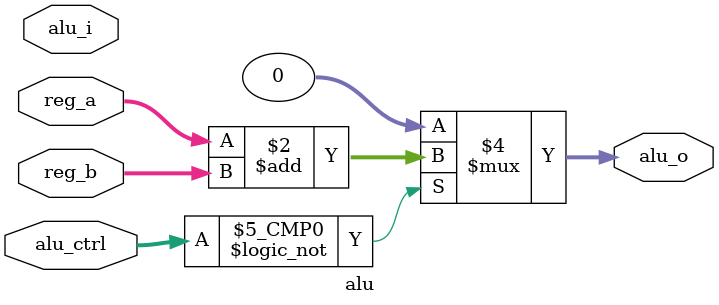
<source format=v>
module chip(
    input           clk_i,
    input           res_i,
    input    [31:0] instr_i,
    output   [31:0] instr_o
    );

    decode d1(
        .instr_i(instr_i),
        .alu_ctrl_o(alu_ctrl),
        .mux_sel_o(mux_sel)
    );

    alu a1(
        .alu_i(alu_i),
        .alu_ctrl(alu_ctrl_o),
        .reg_a(reg_a),
        .reg_b(reg_b),
        .alu_o(alu_o)
    );

endmodule


module decode(
    input    [31:0] instr_i,
    output   [3:0]  alu_ctrl_o,
    output   [2:0]  mux_sel_o
    );

    // verilen sinyali rv32i komutlarına göre çözümleyecek kod yazılacak
    // çözümlenmiş sinyali oppcode res rd1 gibi şeylere ayırıp kaydedicek 

    // 4 bit ALU kontrol sinyali    
    always @(*) begin
        case(instr_i[31:28])
            4'b0000 : alu_ctrl_o = 4'b0000;
            4'b0001 : alu_ctrl_o = 4'b0001;
            4'b0010 : alu_ctrl_o = 4'b0010;
            4'b0011 : alu_ctrl_o = 4'b0011;
            4'b0100 : alu_ctrl_o = 4'b0100;
            4'b0101 : alu_ctrl_o = 4'b0101;
            default : alu_ctrl_o = 4'bxxxx;
        endcase
        case(instr_i[27:25])
            3'b000 : mux_sel_o = 3'b000;
            default : mux_sel_o = 3'b000;
        endcase
    end
endmodule


module alu(
    input      [31:0] alu_i,
    input       [3:0] alu_ctrl,
    input      [31:0] reg_a,
    input      [31:0] reg_b,
    output     [31:0] alu_o
    );

    always @(*) begin
        case(alu_ctrl)
            4'b0000 : alu_o = reg_a + reg_b;
            default : alu_o = 32'b0;
        endcase    
    end
endmodule

</source>
